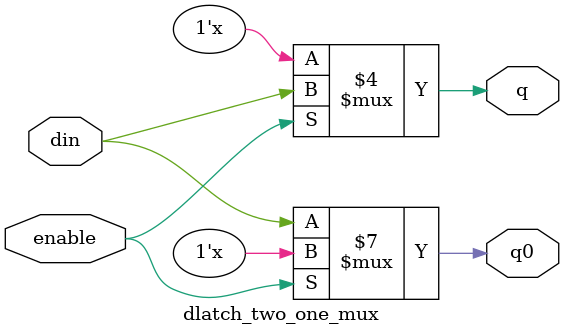
<source format=v>
`timescale 1ns / 1ps


module dlatch_two_one_mux(
input enable,din,output reg q,q0);
always@(din,enable)begin
if(enable==1)begin
q = din;
end
else begin
q0 = din;
end
end
endmodule

</source>
